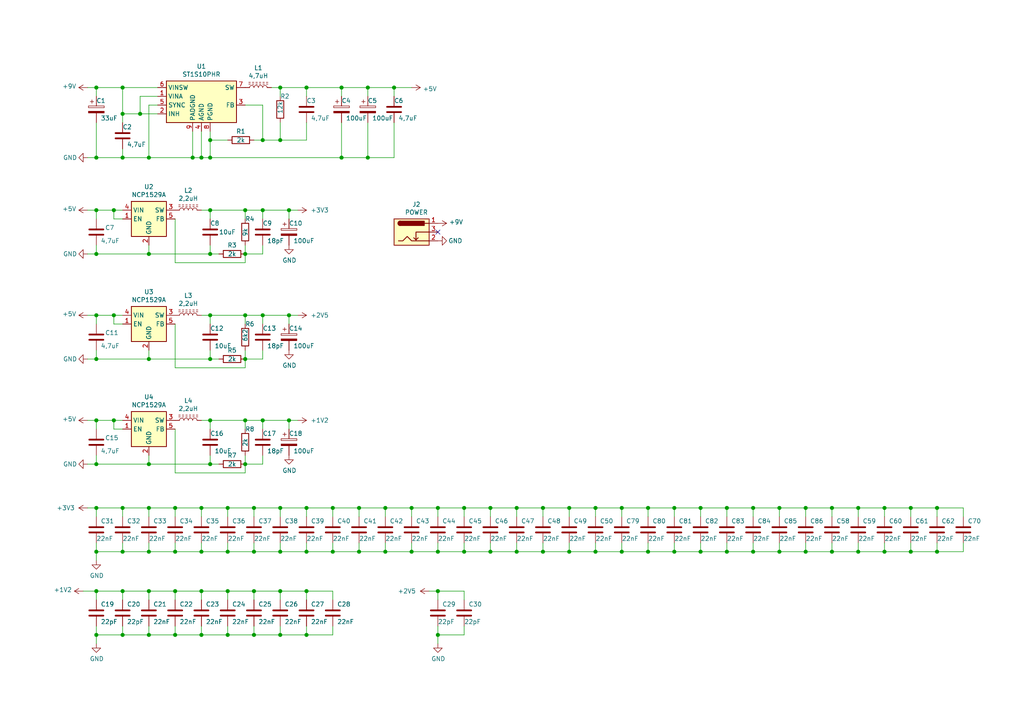
<source format=kicad_sch>
(kicad_sch (version 20200828) (generator eeschema)
  (page 3 6)
  (paper "A4")
  (lib_symbols
    (symbol "Connector:Barrel_Jack_Switch" (pin_names hide)
      (property "Reference" "J" (at 0 5.334 0))
      (property "Value" "Barrel_Jack_Switch" (at 0 -5.08 0))
      (symbol "Barrel_Jack_Switch_1_1"
        (pin passive line (at 7.62 2.54 180) (length 2.54) (name "~") (number "1"))
        (pin passive line (at 7.62 -2.54 180) (length 2.54) (name "~") (number "2"))
        (pin passive line (at 7.62 0 180) (length 2.54) (name "~") (number "3"))
      )
    )
    (symbol "Device:C" (pin_numbers hide) (pin_names (offset 0.254))
      (property "Reference" "C" (at 0.635 2.54 0))
      (property "Value" "C" (at 0.635 -2.54 0))
      (symbol "C_1_1"
        (pin passive line (at 0 3.81 270) (length 2.794) (name "~") (number "1"))
        (pin passive line (at 0 -3.81 90) (length 2.794) (name "~") (number "2"))
      )
    )
    (symbol "Device:CP" (pin_numbers hide) (pin_names (offset 0.254))
      (property "Reference" "C" (at 0.635 2.54 0))
      (property "Value" "CP" (at 0.635 -2.54 0))
      (symbol "CP_1_1"
        (pin passive line (at 0 3.81 270) (length 2.794) (name "~") (number "1"))
        (pin passive line (at 0 -3.81 90) (length 2.794) (name "~") (number "2"))
      )
    )
    (symbol "Device:L_Core_Ferrite" (pin_numbers hide) (pin_names hide)
      (property "Reference" "L" (at -1.27 0 90))
      (property "Value" "L_Core_Ferrite" (at 2.794 0 90))
      (symbol "L_Core_Ferrite_1_1"
        (pin passive line (at 0 3.81 270) (length 1.27) (name "1") (number "1"))
        (pin passive line (at 0 -3.81 90) (length 1.27) (name "2") (number "2"))
      )
    )
    (symbol "Device:R" (pin_numbers hide) (pin_names (offset 0))
      (property "Reference" "R" (at 2.032 0 90))
      (property "Value" "R" (at 0 0 90))
      (symbol "R_1_1"
        (pin passive line (at 0 3.81 270) (length 1.27) (name "~") (number "1"))
        (pin passive line (at 0 -3.81 90) (length 1.27) (name "~") (number "2"))
      )
    )
    (symbol "Regulator_Switching:ST1S10PHR"
      (property "Reference" "U" (at -10.16 5.715 0))
      (property "Value" "ST1S10PHR" (at -0.635 5.715 0))
      (symbol "ST1S10PHR_1_1"
        (pin power_in line (at -12.7 0 0) (length 2.54) (name "VINA") (number "1"))
        (pin input line (at -12.7 -5.08 0) (length 2.54) (name "INH") (number "2"))
        (pin input line (at 12.7 -2.54 180) (length 2.54) (name "FB") (number "3"))
        (pin power_in line (at 0 -10.16 90) (length 2.54) (name "AGND") (number "4"))
        (pin input line (at -12.7 -2.54 0) (length 2.54) (name "SYNC") (number "5"))
        (pin input line (at -12.7 2.54 0) (length 2.54) (name "VINSW") (number "6"))
        (pin output line (at 12.7 2.54 180) (length 2.54) (name "SW") (number "7"))
        (pin power_in line (at 2.54 -10.16 90) (length 2.54) (name "PGND") (number "8"))
        (pin power_in line (at -2.54 -10.16 90) (length 2.54) (name "PADGND") (number "9"))
      )
    )
    (symbol "UniEmu-rescue:NCP1529A-Regulator_Switching"
      (property "Reference" "U" (at -5.08 6.35 0))
      (property "Value" "NCP1529A-Regulator_Switching" (at 0 6.35 0))
      (symbol "NCP1529A-Regulator_Switching_1_1"
        (pin input line (at -7.62 0 0) (length 2.54) (name "EN") (number "1"))
        (pin power_in line (at 0 -7.62 90) (length 2.54) (name "GND") (number "2"))
        (pin power_out line (at 7.62 2.54 180) (length 2.54) (name "SW") (number "3"))
        (pin power_in line (at -7.62 2.54 0) (length 2.54) (name "VIN") (number "4"))
        (pin input line (at 7.62 0 180) (length 2.54) (name "FB") (number "5"))
      )
    )
    (symbol "power:+1V2" (power) (pin_names (offset 0))
      (property "Value" "+1V2" (at 0 3.556 0))
      (symbol "+1V2_1_1"
        (pin power_in line (at 0 0 90) (length 0) hide (name "+1V2") (number "1"))
      )
    )
    (symbol "power:+2V5" (power) (pin_names (offset 0))
      (property "Value" "+2V5" (at 0 3.556 0))
      (symbol "+2V5_1_1"
        (pin power_in line (at 0 0 90) (length 0) hide (name "+2V5") (number "1"))
      )
    )
    (symbol "power:+3V3" (power) (pin_names (offset 0))
      (property "Value" "+3V3" (at 0 3.556 0))
      (symbol "+3V3_1_1"
        (pin power_in line (at 0 0 90) (length 0) hide (name "+3V3") (number "1"))
      )
    )
    (symbol "power:+5V" (power) (pin_names (offset 0))
      (property "Value" "+5V" (at 0 3.556 0))
      (symbol "+5V_1_1"
        (pin power_in line (at 0 0 90) (length 0) hide (name "+5V") (number "1"))
      )
    )
    (symbol "power:+9V" (power) (pin_names (offset 0))
      (property "Value" "+9V" (at 0 3.556 0))
      (symbol "+9V_1_1"
        (pin power_in line (at 0 0 90) (length 0) hide (name "+9V") (number "1"))
      )
    )
    (symbol "power:GND" (power) (pin_names (offset 0))
      (property "Value" "GND" (at 0 -3.81 0))
      (symbol "GND_1_1"
        (pin power_in line (at 0 0 270) (length 0) hide (name "GND") (number "1"))
      )
    )
  )
  (junction (at 27.94 25.4) (diameter 1.016))
  (junction (at 27.94 45.72) (diameter 1.016))
  (junction (at 27.94 60.96) (diameter 1.016))
  (junction (at 27.94 73.66) (diameter 1.016))
  (junction (at 27.94 91.44) (diameter 1.016))
  (junction (at 27.94 104.14) (diameter 1.016))
  (junction (at 27.94 121.92) (diameter 1.016))
  (junction (at 27.94 134.62) (diameter 1.016))
  (junction (at 27.94 147.32) (diameter 1.016))
  (junction (at 27.94 160.02) (diameter 1.016))
  (junction (at 27.94 171.45) (diameter 1.016))
  (junction (at 27.94 184.15) (diameter 1.016))
  (junction (at 33.02 60.96) (diameter 1.016))
  (junction (at 33.02 91.44) (diameter 1.016))
  (junction (at 33.02 121.92) (diameter 1.016))
  (junction (at 35.56 25.4) (diameter 1.016))
  (junction (at 35.56 33.02) (diameter 1.016))
  (junction (at 35.56 45.72) (diameter 1.016))
  (junction (at 35.56 147.32) (diameter 1.016))
  (junction (at 35.56 160.02) (diameter 1.016))
  (junction (at 35.56 171.45) (diameter 1.016))
  (junction (at 35.56 184.15) (diameter 1.016))
  (junction (at 40.64 33.02) (diameter 1.016))
  (junction (at 43.18 45.72) (diameter 1.016))
  (junction (at 43.18 73.66) (diameter 1.016))
  (junction (at 43.18 104.14) (diameter 1.016))
  (junction (at 43.18 134.62) (diameter 1.016))
  (junction (at 43.18 147.32) (diameter 1.016))
  (junction (at 43.18 160.02) (diameter 1.016))
  (junction (at 43.18 171.45) (diameter 1.016))
  (junction (at 43.18 184.15) (diameter 1.016))
  (junction (at 50.8 147.32) (diameter 1.016))
  (junction (at 50.8 160.02) (diameter 1.016))
  (junction (at 50.8 171.45) (diameter 1.016))
  (junction (at 50.8 184.15) (diameter 1.016))
  (junction (at 55.88 45.72) (diameter 1.016))
  (junction (at 58.42 45.72) (diameter 1.016))
  (junction (at 58.42 147.32) (diameter 1.016))
  (junction (at 58.42 160.02) (diameter 1.016))
  (junction (at 58.42 171.45) (diameter 1.016))
  (junction (at 58.42 184.15) (diameter 1.016))
  (junction (at 60.96 40.64) (diameter 1.016))
  (junction (at 60.96 45.72) (diameter 1.016))
  (junction (at 60.96 60.96) (diameter 1.016))
  (junction (at 60.96 73.66) (diameter 1.016))
  (junction (at 60.96 91.44) (diameter 1.016))
  (junction (at 60.96 104.14) (diameter 1.016))
  (junction (at 60.96 121.92) (diameter 1.016))
  (junction (at 60.96 134.62) (diameter 1.016))
  (junction (at 66.04 147.32) (diameter 1.016))
  (junction (at 66.04 160.02) (diameter 1.016))
  (junction (at 66.04 171.45) (diameter 1.016))
  (junction (at 66.04 184.15) (diameter 1.016))
  (junction (at 71.12 60.96) (diameter 1.016))
  (junction (at 71.12 73.66) (diameter 1.016))
  (junction (at 71.12 91.44) (diameter 1.016))
  (junction (at 71.12 104.14) (diameter 1.016))
  (junction (at 71.12 121.92) (diameter 1.016))
  (junction (at 71.12 134.62) (diameter 1.016))
  (junction (at 73.66 147.32) (diameter 1.016))
  (junction (at 73.66 160.02) (diameter 1.016))
  (junction (at 73.66 171.45) (diameter 1.016))
  (junction (at 73.66 184.15) (diameter 1.016))
  (junction (at 76.2 40.64) (diameter 1.016))
  (junction (at 76.2 60.96) (diameter 1.016))
  (junction (at 76.2 91.44) (diameter 1.016))
  (junction (at 76.2 121.92) (diameter 1.016))
  (junction (at 81.28 25.4) (diameter 1.016))
  (junction (at 81.28 40.64) (diameter 1.016))
  (junction (at 81.28 147.32) (diameter 1.016))
  (junction (at 81.28 160.02) (diameter 1.016))
  (junction (at 81.28 171.45) (diameter 1.016))
  (junction (at 81.28 184.15) (diameter 1.016))
  (junction (at 83.82 60.96) (diameter 1.016))
  (junction (at 83.82 91.44) (diameter 1.016))
  (junction (at 83.82 121.92) (diameter 1.016))
  (junction (at 88.9 25.4) (diameter 1.016))
  (junction (at 88.9 147.32) (diameter 1.016))
  (junction (at 88.9 160.02) (diameter 1.016))
  (junction (at 88.9 171.45) (diameter 1.016))
  (junction (at 88.9 184.15) (diameter 1.016))
  (junction (at 96.52 147.32) (diameter 1.016))
  (junction (at 96.52 160.02) (diameter 1.016))
  (junction (at 99.06 25.4) (diameter 1.016))
  (junction (at 99.06 45.72) (diameter 1.016))
  (junction (at 104.14 147.32) (diameter 1.016))
  (junction (at 104.14 160.02) (diameter 1.016))
  (junction (at 106.68 25.4) (diameter 1.016))
  (junction (at 106.68 45.72) (diameter 1.016))
  (junction (at 111.76 147.32) (diameter 1.016))
  (junction (at 111.76 160.02) (diameter 1.016))
  (junction (at 114.3 25.4) (diameter 1.016))
  (junction (at 119.38 147.32) (diameter 1.016))
  (junction (at 119.38 160.02) (diameter 1.016))
  (junction (at 127 147.32) (diameter 1.016))
  (junction (at 127 160.02) (diameter 1.016))
  (junction (at 127 171.45) (diameter 1.016))
  (junction (at 127 184.15) (diameter 1.016))
  (junction (at 134.62 147.32) (diameter 1.016))
  (junction (at 134.62 160.02) (diameter 1.016))
  (junction (at 142.24 147.32) (diameter 1.016))
  (junction (at 142.24 160.02) (diameter 1.016))
  (junction (at 149.86 147.32) (diameter 1.016))
  (junction (at 149.86 160.02) (diameter 1.016))
  (junction (at 157.48 147.32) (diameter 1.016))
  (junction (at 157.48 160.02) (diameter 1.016))
  (junction (at 165.1 147.32) (diameter 1.016))
  (junction (at 165.1 160.02) (diameter 1.016))
  (junction (at 172.72 147.32) (diameter 1.016))
  (junction (at 172.72 160.02) (diameter 1.016))
  (junction (at 180.34 147.32) (diameter 1.016))
  (junction (at 180.34 160.02) (diameter 1.016))
  (junction (at 187.96 147.32) (diameter 1.016))
  (junction (at 187.96 160.02) (diameter 1.016))
  (junction (at 195.58 147.32) (diameter 1.016))
  (junction (at 195.58 160.02) (diameter 1.016))
  (junction (at 203.2 147.32) (diameter 1.016))
  (junction (at 203.2 160.02) (diameter 1.016))
  (junction (at 210.82 147.32) (diameter 1.016))
  (junction (at 210.82 160.02) (diameter 1.016))
  (junction (at 218.44 147.32) (diameter 1.016))
  (junction (at 218.44 160.02) (diameter 1.016))
  (junction (at 226.06 147.32) (diameter 1.016))
  (junction (at 226.06 160.02) (diameter 1.016))
  (junction (at 233.68 147.32) (diameter 1.016))
  (junction (at 233.68 160.02) (diameter 1.016))
  (junction (at 241.3 147.32) (diameter 1.016))
  (junction (at 241.3 160.02) (diameter 1.016))
  (junction (at 248.92 147.32) (diameter 1.016))
  (junction (at 248.92 160.02) (diameter 1.016))
  (junction (at 256.54 147.32) (diameter 1.016))
  (junction (at 256.54 160.02) (diameter 1.016))
  (junction (at 264.16 147.32) (diameter 1.016))
  (junction (at 264.16 160.02) (diameter 1.016))
  (junction (at 271.78 147.32) (diameter 1.016))
  (junction (at 271.78 160.02) (diameter 1.016))
  (no_connect (at 127 67.31))
  (wire (pts (xy 24.13 171.45) (xy 27.94 171.45)))
  (wire (pts (xy 25.4 45.72) (xy 27.94 45.72)))
  (wire (pts (xy 25.4 60.96) (xy 27.94 60.96)))
  (wire (pts (xy 25.4 73.66) (xy 27.94 73.66)))
  (wire (pts (xy 25.4 91.44) (xy 27.94 91.44)))
  (wire (pts (xy 25.4 104.14) (xy 27.94 104.14)))
  (wire (pts (xy 25.4 121.92) (xy 27.94 121.92)))
  (wire (pts (xy 25.4 134.62) (xy 27.94 134.62)))
  (wire (pts (xy 25.4 147.32) (xy 27.94 147.32)))
  (wire (pts (xy 27.94 25.4) (xy 25.4 25.4)))
  (wire (pts (xy 27.94 25.4) (xy 35.56 25.4)))
  (wire (pts (xy 27.94 27.94) (xy 27.94 25.4)))
  (wire (pts (xy 27.94 35.56) (xy 27.94 45.72)))
  (wire (pts (xy 27.94 45.72) (xy 35.56 45.72)))
  (wire (pts (xy 27.94 60.96) (xy 33.02 60.96)))
  (wire (pts (xy 27.94 63.5) (xy 27.94 60.96)))
  (wire (pts (xy 27.94 73.66) (xy 27.94 71.12)))
  (wire (pts (xy 27.94 73.66) (xy 43.18 73.66)))
  (wire (pts (xy 27.94 91.44) (xy 33.02 91.44)))
  (wire (pts (xy 27.94 93.98) (xy 27.94 91.44)))
  (wire (pts (xy 27.94 104.14) (xy 27.94 101.6)))
  (wire (pts (xy 27.94 104.14) (xy 43.18 104.14)))
  (wire (pts (xy 27.94 121.92) (xy 33.02 121.92)))
  (wire (pts (xy 27.94 124.46) (xy 27.94 121.92)))
  (wire (pts (xy 27.94 132.08) (xy 27.94 134.62)))
  (wire (pts (xy 27.94 134.62) (xy 43.18 134.62)))
  (wire (pts (xy 27.94 147.32) (xy 27.94 149.86)))
  (wire (pts (xy 27.94 147.32) (xy 35.56 147.32)))
  (wire (pts (xy 27.94 157.48) (xy 27.94 160.02)))
  (wire (pts (xy 27.94 160.02) (xy 35.56 160.02)))
  (wire (pts (xy 27.94 162.56) (xy 27.94 160.02)))
  (wire (pts (xy 27.94 171.45) (xy 35.56 171.45)))
  (wire (pts (xy 27.94 173.99) (xy 27.94 171.45)))
  (wire (pts (xy 27.94 184.15) (xy 27.94 181.61)))
  (wire (pts (xy 27.94 184.15) (xy 35.56 184.15)))
  (wire (pts (xy 27.94 186.69) (xy 27.94 184.15)))
  (wire (pts (xy 33.02 60.96) (xy 35.56 60.96)))
  (wire (pts (xy 33.02 63.5) (xy 33.02 60.96)))
  (wire (pts (xy 33.02 91.44) (xy 35.56 91.44)))
  (wire (pts (xy 33.02 93.98) (xy 33.02 91.44)))
  (wire (pts (xy 33.02 121.92) (xy 35.56 121.92)))
  (wire (pts (xy 33.02 124.46) (xy 33.02 121.92)))
  (wire (pts (xy 35.56 25.4) (xy 45.72 25.4)))
  (wire (pts (xy 35.56 33.02) (xy 35.56 25.4)))
  (wire (pts (xy 35.56 33.02) (xy 35.56 35.56)))
  (wire (pts (xy 35.56 45.72) (xy 35.56 43.18)))
  (wire (pts (xy 35.56 63.5) (xy 33.02 63.5)))
  (wire (pts (xy 35.56 93.98) (xy 33.02 93.98)))
  (wire (pts (xy 35.56 124.46) (xy 33.02 124.46)))
  (wire (pts (xy 35.56 147.32) (xy 35.56 149.86)))
  (wire (pts (xy 35.56 147.32) (xy 43.18 147.32)))
  (wire (pts (xy 35.56 157.48) (xy 35.56 160.02)))
  (wire (pts (xy 35.56 160.02) (xy 43.18 160.02)))
  (wire (pts (xy 35.56 171.45) (xy 35.56 173.99)))
  (wire (pts (xy 35.56 171.45) (xy 43.18 171.45)))
  (wire (pts (xy 35.56 184.15) (xy 35.56 181.61)))
  (wire (pts (xy 35.56 184.15) (xy 43.18 184.15)))
  (wire (pts (xy 40.64 27.94) (xy 40.64 33.02)))
  (wire (pts (xy 40.64 33.02) (xy 35.56 33.02)))
  (wire (pts (xy 43.18 30.48) (xy 43.18 45.72)))
  (wire (pts (xy 43.18 45.72) (xy 35.56 45.72)))
  (wire (pts (xy 43.18 73.66) (xy 43.18 71.12)))
  (wire (pts (xy 43.18 104.14) (xy 43.18 101.6)))
  (wire (pts (xy 43.18 132.08) (xy 43.18 134.62)))
  (wire (pts (xy 43.18 134.62) (xy 60.96 134.62)))
  (wire (pts (xy 43.18 147.32) (xy 43.18 149.86)))
  (wire (pts (xy 43.18 147.32) (xy 50.8 147.32)))
  (wire (pts (xy 43.18 157.48) (xy 43.18 160.02)))
  (wire (pts (xy 43.18 160.02) (xy 50.8 160.02)))
  (wire (pts (xy 43.18 171.45) (xy 50.8 171.45)))
  (wire (pts (xy 43.18 173.99) (xy 43.18 171.45)))
  (wire (pts (xy 43.18 181.61) (xy 43.18 184.15)))
  (wire (pts (xy 43.18 184.15) (xy 50.8 184.15)))
  (wire (pts (xy 45.72 27.94) (xy 40.64 27.94)))
  (wire (pts (xy 45.72 30.48) (xy 43.18 30.48)))
  (wire (pts (xy 45.72 33.02) (xy 40.64 33.02)))
  (wire (pts (xy 50.8 76.2) (xy 50.8 63.5)))
  (wire (pts (xy 50.8 76.2) (xy 71.12 76.2)))
  (wire (pts (xy 50.8 106.68) (xy 50.8 93.98)))
  (wire (pts (xy 50.8 106.68) (xy 71.12 106.68)))
  (wire (pts (xy 50.8 137.16) (xy 50.8 124.46)))
  (wire (pts (xy 50.8 137.16) (xy 71.12 137.16)))
  (wire (pts (xy 50.8 147.32) (xy 50.8 149.86)))
  (wire (pts (xy 50.8 147.32) (xy 58.42 147.32)))
  (wire (pts (xy 50.8 157.48) (xy 50.8 160.02)))
  (wire (pts (xy 50.8 160.02) (xy 58.42 160.02)))
  (wire (pts (xy 50.8 171.45) (xy 58.42 171.45)))
  (wire (pts (xy 50.8 173.99) (xy 50.8 171.45)))
  (wire (pts (xy 50.8 181.61) (xy 50.8 184.15)))
  (wire (pts (xy 50.8 184.15) (xy 58.42 184.15)))
  (wire (pts (xy 55.88 38.1) (xy 55.88 45.72)))
  (wire (pts (xy 55.88 45.72) (xy 43.18 45.72)))
  (wire (pts (xy 58.42 38.1) (xy 58.42 45.72)))
  (wire (pts (xy 58.42 45.72) (xy 55.88 45.72)))
  (wire (pts (xy 58.42 45.72) (xy 60.96 45.72)))
  (wire (pts (xy 58.42 60.96) (xy 60.96 60.96)))
  (wire (pts (xy 58.42 91.44) (xy 60.96 91.44)))
  (wire (pts (xy 58.42 121.92) (xy 60.96 121.92)))
  (wire (pts (xy 58.42 147.32) (xy 58.42 149.86)))
  (wire (pts (xy 58.42 147.32) (xy 66.04 147.32)))
  (wire (pts (xy 58.42 157.48) (xy 58.42 160.02)))
  (wire (pts (xy 58.42 160.02) (xy 66.04 160.02)))
  (wire (pts (xy 58.42 171.45) (xy 66.04 171.45)))
  (wire (pts (xy 58.42 173.99) (xy 58.42 171.45)))
  (wire (pts (xy 58.42 181.61) (xy 58.42 184.15)))
  (wire (pts (xy 58.42 184.15) (xy 66.04 184.15)))
  (wire (pts (xy 60.96 38.1) (xy 60.96 40.64)))
  (wire (pts (xy 60.96 40.64) (xy 60.96 45.72)))
  (wire (pts (xy 60.96 40.64) (xy 66.04 40.64)))
  (wire (pts (xy 60.96 45.72) (xy 99.06 45.72)))
  (wire (pts (xy 60.96 60.96) (xy 71.12 60.96)))
  (wire (pts (xy 60.96 63.5) (xy 60.96 60.96)))
  (wire (pts (xy 60.96 73.66) (xy 43.18 73.66)))
  (wire (pts (xy 60.96 73.66) (xy 60.96 71.12)))
  (wire (pts (xy 60.96 91.44) (xy 71.12 91.44)))
  (wire (pts (xy 60.96 93.98) (xy 60.96 91.44)))
  (wire (pts (xy 60.96 104.14) (xy 43.18 104.14)))
  (wire (pts (xy 60.96 104.14) (xy 60.96 101.6)))
  (wire (pts (xy 60.96 121.92) (xy 71.12 121.92)))
  (wire (pts (xy 60.96 124.46) (xy 60.96 121.92)))
  (wire (pts (xy 60.96 132.08) (xy 60.96 134.62)))
  (wire (pts (xy 60.96 134.62) (xy 63.5 134.62)))
  (wire (pts (xy 63.5 73.66) (xy 60.96 73.66)))
  (wire (pts (xy 63.5 104.14) (xy 60.96 104.14)))
  (wire (pts (xy 66.04 147.32) (xy 66.04 149.86)))
  (wire (pts (xy 66.04 147.32) (xy 73.66 147.32)))
  (wire (pts (xy 66.04 157.48) (xy 66.04 160.02)))
  (wire (pts (xy 66.04 160.02) (xy 73.66 160.02)))
  (wire (pts (xy 66.04 171.45) (xy 66.04 173.99)))
  (wire (pts (xy 66.04 171.45) (xy 73.66 171.45)))
  (wire (pts (xy 66.04 181.61) (xy 66.04 184.15)))
  (wire (pts (xy 66.04 184.15) (xy 73.66 184.15)))
  (wire (pts (xy 71.12 30.48) (xy 76.2 30.48)))
  (wire (pts (xy 71.12 60.96) (xy 76.2 60.96)))
  (wire (pts (xy 71.12 63.5) (xy 71.12 60.96)))
  (wire (pts (xy 71.12 71.12) (xy 71.12 73.66)))
  (wire (pts (xy 71.12 73.66) (xy 71.12 76.2)))
  (wire (pts (xy 71.12 91.44) (xy 76.2 91.44)))
  (wire (pts (xy 71.12 93.98) (xy 71.12 91.44)))
  (wire (pts (xy 71.12 101.6) (xy 71.12 104.14)))
  (wire (pts (xy 71.12 104.14) (xy 71.12 106.68)))
  (wire (pts (xy 71.12 121.92) (xy 76.2 121.92)))
  (wire (pts (xy 71.12 124.46) (xy 71.12 121.92)))
  (wire (pts (xy 71.12 132.08) (xy 71.12 134.62)))
  (wire (pts (xy 71.12 134.62) (xy 71.12 137.16)))
  (wire (pts (xy 71.12 134.62) (xy 76.2 134.62)))
  (wire (pts (xy 73.66 40.64) (xy 76.2 40.64)))
  (wire (pts (xy 73.66 147.32) (xy 73.66 149.86)))
  (wire (pts (xy 73.66 147.32) (xy 81.28 147.32)))
  (wire (pts (xy 73.66 157.48) (xy 73.66 160.02)))
  (wire (pts (xy 73.66 160.02) (xy 81.28 160.02)))
  (wire (pts (xy 73.66 171.45) (xy 81.28 171.45)))
  (wire (pts (xy 73.66 173.99) (xy 73.66 171.45)))
  (wire (pts (xy 73.66 181.61) (xy 73.66 184.15)))
  (wire (pts (xy 73.66 184.15) (xy 81.28 184.15)))
  (wire (pts (xy 76.2 30.48) (xy 76.2 40.64)))
  (wire (pts (xy 76.2 40.64) (xy 81.28 40.64)))
  (wire (pts (xy 76.2 60.96) (xy 83.82 60.96)))
  (wire (pts (xy 76.2 63.5) (xy 76.2 60.96)))
  (wire (pts (xy 76.2 71.12) (xy 76.2 73.66)))
  (wire (pts (xy 76.2 73.66) (xy 71.12 73.66)))
  (wire (pts (xy 76.2 91.44) (xy 83.82 91.44)))
  (wire (pts (xy 76.2 93.98) (xy 76.2 91.44)))
  (wire (pts (xy 76.2 101.6) (xy 76.2 104.14)))
  (wire (pts (xy 76.2 104.14) (xy 71.12 104.14)))
  (wire (pts (xy 76.2 121.92) (xy 83.82 121.92)))
  (wire (pts (xy 76.2 124.46) (xy 76.2 121.92)))
  (wire (pts (xy 76.2 134.62) (xy 76.2 132.08)))
  (wire (pts (xy 78.74 25.4) (xy 81.28 25.4)))
  (wire (pts (xy 81.28 25.4) (xy 81.28 27.94)))
  (wire (pts (xy 81.28 25.4) (xy 88.9 25.4)))
  (wire (pts (xy 81.28 40.64) (xy 81.28 35.56)))
  (wire (pts (xy 81.28 40.64) (xy 88.9 40.64)))
  (wire (pts (xy 81.28 147.32) (xy 81.28 149.86)))
  (wire (pts (xy 81.28 147.32) (xy 88.9 147.32)))
  (wire (pts (xy 81.28 157.48) (xy 81.28 160.02)))
  (wire (pts (xy 81.28 160.02) (xy 88.9 160.02)))
  (wire (pts (xy 81.28 171.45) (xy 88.9 171.45)))
  (wire (pts (xy 81.28 173.99) (xy 81.28 171.45)))
  (wire (pts (xy 81.28 181.61) (xy 81.28 184.15)))
  (wire (pts (xy 81.28 184.15) (xy 88.9 184.15)))
  (wire (pts (xy 83.82 60.96) (xy 83.82 63.5)))
  (wire (pts (xy 83.82 60.96) (xy 86.36 60.96)))
  (wire (pts (xy 83.82 91.44) (xy 86.36 91.44)))
  (wire (pts (xy 83.82 93.98) (xy 83.82 91.44)))
  (wire (pts (xy 83.82 121.92) (xy 86.36 121.92)))
  (wire (pts (xy 83.82 124.46) (xy 83.82 121.92)))
  (wire (pts (xy 88.9 25.4) (xy 88.9 27.94)))
  (wire (pts (xy 88.9 25.4) (xy 99.06 25.4)))
  (wire (pts (xy 88.9 40.64) (xy 88.9 35.56)))
  (wire (pts (xy 88.9 147.32) (xy 88.9 149.86)))
  (wire (pts (xy 88.9 147.32) (xy 96.52 147.32)))
  (wire (pts (xy 88.9 157.48) (xy 88.9 160.02)))
  (wire (pts (xy 88.9 160.02) (xy 96.52 160.02)))
  (wire (pts (xy 88.9 171.45) (xy 96.52 171.45)))
  (wire (pts (xy 88.9 173.99) (xy 88.9 171.45)))
  (wire (pts (xy 88.9 181.61) (xy 88.9 184.15)))
  (wire (pts (xy 88.9 184.15) (xy 96.52 184.15)))
  (wire (pts (xy 96.52 147.32) (xy 96.52 149.86)))
  (wire (pts (xy 96.52 147.32) (xy 104.14 147.32)))
  (wire (pts (xy 96.52 157.48) (xy 96.52 160.02)))
  (wire (pts (xy 96.52 160.02) (xy 104.14 160.02)))
  (wire (pts (xy 96.52 171.45) (xy 96.52 173.99)))
  (wire (pts (xy 96.52 184.15) (xy 96.52 181.61)))
  (wire (pts (xy 99.06 25.4) (xy 99.06 27.94)))
  (wire (pts (xy 99.06 25.4) (xy 106.68 25.4)))
  (wire (pts (xy 99.06 45.72) (xy 99.06 35.56)))
  (wire (pts (xy 99.06 45.72) (xy 106.68 45.72)))
  (wire (pts (xy 104.14 147.32) (xy 104.14 149.86)))
  (wire (pts (xy 104.14 147.32) (xy 111.76 147.32)))
  (wire (pts (xy 104.14 157.48) (xy 104.14 160.02)))
  (wire (pts (xy 104.14 160.02) (xy 111.76 160.02)))
  (wire (pts (xy 106.68 25.4) (xy 106.68 27.94)))
  (wire (pts (xy 106.68 25.4) (xy 114.3 25.4)))
  (wire (pts (xy 106.68 35.56) (xy 106.68 45.72)))
  (wire (pts (xy 106.68 45.72) (xy 114.3 45.72)))
  (wire (pts (xy 111.76 147.32) (xy 111.76 149.86)))
  (wire (pts (xy 111.76 147.32) (xy 119.38 147.32)))
  (wire (pts (xy 111.76 157.48) (xy 111.76 160.02)))
  (wire (pts (xy 111.76 160.02) (xy 119.38 160.02)))
  (wire (pts (xy 114.3 25.4) (xy 119.38 25.4)))
  (wire (pts (xy 114.3 27.94) (xy 114.3 25.4)))
  (wire (pts (xy 114.3 45.72) (xy 114.3 35.56)))
  (wire (pts (xy 119.38 147.32) (xy 119.38 149.86)))
  (wire (pts (xy 119.38 147.32) (xy 127 147.32)))
  (wire (pts (xy 119.38 157.48) (xy 119.38 160.02)))
  (wire (pts (xy 119.38 160.02) (xy 127 160.02)))
  (wire (pts (xy 124.46 171.45) (xy 127 171.45)))
  (wire (pts (xy 127 147.32) (xy 127 149.86)))
  (wire (pts (xy 127 147.32) (xy 134.62 147.32)))
  (wire (pts (xy 127 157.48) (xy 127 160.02)))
  (wire (pts (xy 127 160.02) (xy 134.62 160.02)))
  (wire (pts (xy 127 171.45) (xy 127 173.99)))
  (wire (pts (xy 127 171.45) (xy 134.62 171.45)))
  (wire (pts (xy 127 181.61) (xy 127 184.15)))
  (wire (pts (xy 127 184.15) (xy 127 186.69)))
  (wire (pts (xy 127 184.15) (xy 134.62 184.15)))
  (wire (pts (xy 134.62 147.32) (xy 134.62 149.86)))
  (wire (pts (xy 134.62 147.32) (xy 142.24 147.32)))
  (wire (pts (xy 134.62 157.48) (xy 134.62 160.02)))
  (wire (pts (xy 134.62 160.02) (xy 142.24 160.02)))
  (wire (pts (xy 134.62 171.45) (xy 134.62 173.99)))
  (wire (pts (xy 134.62 184.15) (xy 134.62 181.61)))
  (wire (pts (xy 142.24 147.32) (xy 142.24 149.86)))
  (wire (pts (xy 142.24 147.32) (xy 149.86 147.32)))
  (wire (pts (xy 142.24 157.48) (xy 142.24 160.02)))
  (wire (pts (xy 142.24 160.02) (xy 149.86 160.02)))
  (wire (pts (xy 149.86 147.32) (xy 149.86 149.86)))
  (wire (pts (xy 149.86 147.32) (xy 157.48 147.32)))
  (wire (pts (xy 149.86 157.48) (xy 149.86 160.02)))
  (wire (pts (xy 149.86 160.02) (xy 157.48 160.02)))
  (wire (pts (xy 157.48 147.32) (xy 157.48 149.86)))
  (wire (pts (xy 157.48 147.32) (xy 165.1 147.32)))
  (wire (pts (xy 157.48 160.02) (xy 157.48 157.48)))
  (wire (pts (xy 157.48 160.02) (xy 165.1 160.02)))
  (wire (pts (xy 165.1 147.32) (xy 172.72 147.32)))
  (wire (pts (xy 165.1 149.86) (xy 165.1 147.32)))
  (wire (pts (xy 165.1 157.48) (xy 165.1 160.02)))
  (wire (pts (xy 165.1 160.02) (xy 172.72 160.02)))
  (wire (pts (xy 172.72 147.32) (xy 172.72 149.86)))
  (wire (pts (xy 172.72 147.32) (xy 180.34 147.32)))
  (wire (pts (xy 172.72 160.02) (xy 172.72 157.48)))
  (wire (pts (xy 172.72 160.02) (xy 180.34 160.02)))
  (wire (pts (xy 180.34 147.32) (xy 180.34 149.86)))
  (wire (pts (xy 180.34 147.32) (xy 187.96 147.32)))
  (wire (pts (xy 180.34 157.48) (xy 180.34 160.02)))
  (wire (pts (xy 180.34 160.02) (xy 187.96 160.02)))
  (wire (pts (xy 187.96 147.32) (xy 187.96 149.86)))
  (wire (pts (xy 187.96 147.32) (xy 195.58 147.32)))
  (wire (pts (xy 187.96 157.48) (xy 187.96 160.02)))
  (wire (pts (xy 187.96 160.02) (xy 195.58 160.02)))
  (wire (pts (xy 195.58 147.32) (xy 195.58 149.86)))
  (wire (pts (xy 195.58 147.32) (xy 203.2 147.32)))
  (wire (pts (xy 195.58 157.48) (xy 195.58 160.02)))
  (wire (pts (xy 195.58 160.02) (xy 203.2 160.02)))
  (wire (pts (xy 203.2 147.32) (xy 203.2 149.86)))
  (wire (pts (xy 203.2 147.32) (xy 210.82 147.32)))
  (wire (pts (xy 203.2 160.02) (xy 203.2 157.48)))
  (wire (pts (xy 203.2 160.02) (xy 210.82 160.02)))
  (wire (pts (xy 210.82 147.32) (xy 218.44 147.32)))
  (wire (pts (xy 210.82 149.86) (xy 210.82 147.32)))
  (wire (pts (xy 210.82 157.48) (xy 210.82 160.02)))
  (wire (pts (xy 210.82 160.02) (xy 218.44 160.02)))
  (wire (pts (xy 218.44 147.32) (xy 218.44 149.86)))
  (wire (pts (xy 218.44 147.32) (xy 226.06 147.32)))
  (wire (pts (xy 218.44 160.02) (xy 218.44 157.48)))
  (wire (pts (xy 218.44 160.02) (xy 226.06 160.02)))
  (wire (pts (xy 226.06 147.32) (xy 233.68 147.32)))
  (wire (pts (xy 226.06 149.86) (xy 226.06 147.32)))
  (wire (pts (xy 226.06 157.48) (xy 226.06 160.02)))
  (wire (pts (xy 226.06 160.02) (xy 233.68 160.02)))
  (wire (pts (xy 233.68 147.32) (xy 233.68 149.86)))
  (wire (pts (xy 233.68 147.32) (xy 241.3 147.32)))
  (wire (pts (xy 233.68 160.02) (xy 233.68 157.48)))
  (wire (pts (xy 233.68 160.02) (xy 241.3 160.02)))
  (wire (pts (xy 241.3 147.32) (xy 241.3 149.86)))
  (wire (pts (xy 241.3 147.32) (xy 248.92 147.32)))
  (wire (pts (xy 241.3 160.02) (xy 241.3 157.48)))
  (wire (pts (xy 241.3 160.02) (xy 248.92 160.02)))
  (wire (pts (xy 248.92 147.32) (xy 256.54 147.32)))
  (wire (pts (xy 248.92 149.86) (xy 248.92 147.32)))
  (wire (pts (xy 248.92 157.48) (xy 248.92 160.02)))
  (wire (pts (xy 248.92 160.02) (xy 256.54 160.02)))
  (wire (pts (xy 256.54 147.32) (xy 256.54 149.86)))
  (wire (pts (xy 256.54 147.32) (xy 264.16 147.32)))
  (wire (pts (xy 256.54 160.02) (xy 256.54 157.48)))
  (wire (pts (xy 256.54 160.02) (xy 264.16 160.02)))
  (wire (pts (xy 264.16 147.32) (xy 271.78 147.32)))
  (wire (pts (xy 264.16 149.86) (xy 264.16 147.32)))
  (wire (pts (xy 264.16 157.48) (xy 264.16 160.02)))
  (wire (pts (xy 264.16 160.02) (xy 271.78 160.02)))
  (wire (pts (xy 271.78 147.32) (xy 271.78 149.86)))
  (wire (pts (xy 271.78 147.32) (xy 279.4 147.32)))
  (wire (pts (xy 271.78 160.02) (xy 271.78 157.48)))
  (wire (pts (xy 271.78 160.02) (xy 279.4 160.02)))
  (wire (pts (xy 279.4 147.32) (xy 279.4 149.86)))
  (wire (pts (xy 279.4 160.02) (xy 279.4 157.48)))
  (symbol (lib_id "power:+1V2") (at 24.13 171.45 90) (unit 1)
    (property "Reference" "#PWR023" (effects hide))
    (property "Value" "+1V2" (at 20.8788 171.069 90) (effects (justify left)))
  )
  (symbol (lib_id "power:+9V") (at 25.4 25.4 90) (unit 1)
    (property "Reference" "#PWR01" (effects hide))
    (property "Value" "+9V" (at 22.1488 25.019 90) (effects (justify left)))
  )
  (symbol (lib_id "power:+5V") (at 25.4 60.96 90) (unit 1)
    (property "Reference" "#PWR05" (effects hide))
    (property "Value" "+5V" (at 22.1488 60.579 90) (effects (justify left)))
  )
  (symbol (lib_id "power:+5V") (at 25.4 91.44 90) (unit 1)
    (property "Reference" "#PWR011" (effects hide))
    (property "Value" "+5V" (at 22.1488 91.059 90) (effects (justify left)))
  )
  (symbol (lib_id "power:+5V") (at 25.4 121.92 90) (unit 1)
    (property "Reference" "#PWR017" (effects hide))
    (property "Value" "+5V" (at 22.1488 121.539 90) (effects (justify left)))
  )
  (symbol (lib_id "power:+3V3") (at 25.4 147.32 90) (unit 1)
    (property "Reference" "#PWR021" (effects hide))
    (property "Value" "+3V3" (at 19.05 147.32 90))
  )
  (symbol (lib_id "power:+3V3") (at 86.36 60.96 270) (unit 1)
    (property "Reference" "#PWR06" (effects hide))
    (property "Value" "+3V3" (at 92.71 60.96 90))
  )
  (symbol (lib_id "power:+2V5") (at 86.36 91.44 270) (unit 1)
    (property "Reference" "#PWR012" (effects hide))
    (property "Value" "+2V5" (at 92.71 91.44 90))
  )
  (symbol (lib_id "power:+1V2") (at 86.36 121.92 270) (unit 1)
    (property "Reference" "#PWR018" (effects hide))
    (property "Value" "+1V2" (at 92.71 121.92 90))
  )
  (symbol (lib_id "power:+5V") (at 119.38 25.4 270) (unit 1)
    (property "Reference" "#PWR02" (effects hide))
    (property "Value" "+5V" (at 122.6312 25.781 90) (effects (justify left)))
  )
  (symbol (lib_id "power:+2V5") (at 124.46 171.45 90) (unit 1)
    (property "Reference" "#PWR024" (effects hide))
    (property "Value" "+2V5" (at 120.65 171.45 90) (effects (justify left)))
  )
  (symbol (lib_id "power:+9V") (at 127 64.77 270) (mirror x) (unit 1)
    (property "Reference" "#PWR0144" (effects hide))
    (property "Value" "+9V" (at 130.2512 64.389 90) (effects (justify left)))
  )
  (symbol (lib_id "power:GND") (at 25.4 45.72 270) (unit 1)
    (property "Reference" "#PWR04" (effects hide))
    (property "Value" "GND" (at 20.32 45.72 90))
  )
  (symbol (lib_id "power:GND") (at 25.4 73.66 270) (unit 1)
    (property "Reference" "#PWR09" (effects hide))
    (property "Value" "GND" (at 20.32 73.66 90))
  )
  (symbol (lib_id "power:GND") (at 25.4 104.14 270) (unit 1)
    (property "Reference" "#PWR016" (effects hide))
    (property "Value" "GND" (at 20.32 104.14 90))
  )
  (symbol (lib_id "power:GND") (at 25.4 134.62 270) (unit 1)
    (property "Reference" "#PWR020" (effects hide))
    (property "Value" "GND" (at 20.32 134.62 90))
  )
  (symbol (lib_id "power:GND") (at 27.94 162.56 0) (unit 1)
    (property "Reference" "#PWR022" (effects hide))
    (property "Value" "GND" (at 28.067 166.9542 0))
  )
  (symbol (lib_id "power:GND") (at 27.94 186.69 0) (unit 1)
    (property "Reference" "#PWR025" (effects hide))
    (property "Value" "GND" (at 28.067 191.0842 0))
  )
  (symbol (lib_id "power:GND") (at 83.82 71.12 0) (unit 1)
    (property "Reference" "#PWR08" (effects hide))
    (property "Value" "GND" (at 83.947 75.5142 0))
  )
  (symbol (lib_id "power:GND") (at 83.82 101.6 0) (unit 1)
    (property "Reference" "#PWR015" (effects hide))
    (property "Value" "GND" (at 83.947 105.9942 0))
  )
  (symbol (lib_id "power:GND") (at 83.82 132.08 0) (unit 1)
    (property "Reference" "#PWR019" (effects hide))
    (property "Value" "GND" (at 83.947 136.4742 0))
  )
  (symbol (lib_id "power:GND") (at 127 69.85 90) (mirror x) (unit 1)
    (property "Reference" "#PWR0145" (effects hide))
    (property "Value" "GND" (at 132.08 69.85 90))
  )
  (symbol (lib_id "power:GND") (at 127 186.69 0) (unit 1)
    (property "Reference" "#PWR026" (effects hide))
    (property "Value" "GND" (at 127.127 191.0842 0))
  )
  (symbol (lib_id "Device:L_Core_Ferrite") (at 54.61 60.96 90) (unit 1)
    (property "Reference" "L2" (at 54.61 55.245 90))
    (property "Value" "2,2uH" (at 54.61 57.5564 90))
    (property "Footprint" "Inductor_SMD:L_Wuerth_MAPI-2506" (effects hide))
  )
  (symbol (lib_id "Device:L_Core_Ferrite") (at 54.61 91.44 90) (unit 1)
    (property "Reference" "L3" (at 54.61 85.725 90))
    (property "Value" "2,2uH" (at 54.61 88.0364 90))
    (property "Footprint" "Inductor_SMD:L_Wuerth_MAPI-2506" (effects hide))
  )
  (symbol (lib_id "Device:L_Core_Ferrite") (at 54.61 121.92 90) (unit 1)
    (property "Reference" "L4" (at 54.61 116.205 90))
    (property "Value" "2,2uH" (at 54.61 118.5164 90))
    (property "Footprint" "Inductor_SMD:L_Wuerth_MAPI-2506" (effects hide))
  )
  (symbol (lib_id "Device:L_Core_Ferrite") (at 74.93 25.4 90) (unit 1)
    (property "Reference" "L1" (at 74.93 19.685 90))
    (property "Value" "4,7uH" (at 74.93 21.9964 90))
    (property "Footprint" "Inductor_SMD:L_Taiyo-Yuden_NR-40xx" (effects hide))
  )
  (symbol (lib_id "Device:R") (at 67.31 73.66 270) (unit 1)
    (property "Reference" "R3" (at 67.31 71.12 90))
    (property "Value" "2k" (at 67.31 73.66 90))
    (property "Footprint" "Resistor_SMD:R_0603_1608Metric" (effects hide))
  )
  (symbol (lib_id "Device:R") (at 67.31 104.14 270) (unit 1)
    (property "Reference" "R5" (at 67.31 101.6 90))
    (property "Value" "2k" (at 67.31 104.14 90))
    (property "Footprint" "Resistor_SMD:R_0603_1608Metric" (effects hide))
  )
  (symbol (lib_id "Device:R") (at 67.31 134.62 270) (unit 1)
    (property "Reference" "R7" (at 67.31 132.08 90))
    (property "Value" "2k" (at 67.31 134.62 90))
    (property "Footprint" "Resistor_SMD:R_0603_1608Metric" (effects hide))
  )
  (symbol (lib_id "Device:R") (at 69.85 40.64 270) (unit 1)
    (property "Reference" "R1" (at 69.85 38.1 90))
    (property "Value" "2k" (at 69.85 40.64 90))
    (property "Footprint" "Resistor_SMD:R_0603_1608Metric" (effects hide))
  )
  (symbol (lib_id "Device:R") (at 71.12 67.31 0) (unit 1)
    (property "Reference" "R4" (at 71.12 63.5 0) (effects (justify left)))
    (property "Value" "9k" (at 71.12 68.58 90) (effects (justify left)))
    (property "Footprint" "Resistor_SMD:R_0603_1608Metric" (effects hide))
  )
  (symbol (lib_id "Device:R") (at 71.12 97.79 0) (unit 1)
    (property "Reference" "R6" (at 71.12 93.98 0) (effects (justify left)))
    (property "Value" "6k2" (at 71.12 99.06 90) (effects (justify left)))
    (property "Footprint" "Resistor_SMD:R_0603_1608Metric" (effects hide))
  )
  (symbol (lib_id "Device:R") (at 71.12 128.27 0) (unit 1)
    (property "Reference" "R8" (at 71.12 124.46 0) (effects (justify left)))
    (property "Value" "2k" (at 71.12 129.54 90) (effects (justify left)))
    (property "Footprint" "Resistor_SMD:R_0603_1608Metric" (effects hide))
  )
  (symbol (lib_id "Device:R") (at 81.28 31.75 0) (unit 1)
    (property "Reference" "R2" (at 81.28 27.94 0) (effects (justify left)))
    (property "Value" "12k" (at 81.28 33.02 90) (effects (justify left)))
    (property "Footprint" "Resistor_SMD:R_0603_1608Metric" (effects hide))
  )
  (symbol (lib_id "Device:CP") (at 27.94 31.75 0) (unit 1)
    (property "Reference" "C1" (at 27.94 29.21 0) (effects (justify left)))
    (property "Value" "33uF" (at 29.21 34.29 0) (effects (justify left)))
    (property "Footprint" "Capacitor_Tantalum_SMD:CP_EIA-3528-21_Kemet-B" (effects hide))
  )
  (symbol (lib_id "Device:C") (at 27.94 67.31 0) (unit 1)
    (property "Reference" "C7" (at 30.48 66.04 0) (effects (justify left)))
    (property "Value" "4,7uF" (at 29.21 69.85 0) (effects (justify left)))
    (property "Footprint" "Capacitor_SMD:C_0805_2012Metric" (effects hide))
  )
  (symbol (lib_id "Device:C") (at 27.94 97.79 0) (unit 1)
    (property "Reference" "C11" (at 30.48 96.52 0) (effects (justify left)))
    (property "Value" "4,7uF" (at 29.21 100.33 0) (effects (justify left)))
    (property "Footprint" "Capacitor_SMD:C_0805_2012Metric" (effects hide))
  )
  (symbol (lib_id "Device:C") (at 27.94 128.27 0) (unit 1)
    (property "Reference" "C15" (at 30.48 127 0) (effects (justify left)))
    (property "Value" "4,7uF" (at 29.21 130.81 0) (effects (justify left)))
    (property "Footprint" "Capacitor_SMD:C_0805_2012Metric" (effects hide))
  )
  (symbol (lib_id "Device:C") (at 27.94 153.67 0) (unit 1)
    (property "Reference" "C31" (at 29.21 151.13 0) (effects (justify left)))
    (property "Value" "22nF" (at 27.94 156.21 0) (effects (justify left)))
    (property "Footprint" "Capacitor_SMD:C_0603_1608Metric" (effects hide))
  )
  (symbol (lib_id "Device:C") (at 27.94 177.8 0) (unit 1)
    (property "Reference" "C19" (at 29.21 175.26 0) (effects (justify left)))
    (property "Value" "22pF" (at 29.21 180.34 0) (effects (justify left)))
    (property "Footprint" "Capacitor_SMD:C_0603_1608Metric" (effects hide))
  )
  (symbol (lib_id "Device:C") (at 35.56 39.37 0) (unit 1)
    (property "Reference" "C2" (at 35.56 36.83 0) (effects (justify left)))
    (property "Value" "4,7uF" (at 36.83 41.91 0) (effects (justify left)))
    (property "Footprint" "Capacitor_SMD:C_0805_2012Metric" (effects hide))
  )
  (symbol (lib_id "Device:C") (at 35.56 153.67 0) (unit 1)
    (property "Reference" "C32" (at 36.83 151.13 0) (effects (justify left)))
    (property "Value" "22nF" (at 35.56 156.21 0) (effects (justify left)))
    (property "Footprint" "Capacitor_SMD:C_0603_1608Metric" (effects hide))
  )
  (symbol (lib_id "Device:C") (at 35.56 177.8 0) (unit 1)
    (property "Reference" "C20" (at 36.83 175.26 0) (effects (justify left)))
    (property "Value" "22pF" (at 36.83 180.34 0) (effects (justify left)))
    (property "Footprint" "Capacitor_SMD:C_0603_1608Metric" (effects hide))
  )
  (symbol (lib_id "Device:C") (at 43.18 153.67 0) (unit 1)
    (property "Reference" "C33" (at 44.45 151.13 0) (effects (justify left)))
    (property "Value" "22nF" (at 43.18 156.21 0) (effects (justify left)))
    (property "Footprint" "Capacitor_SMD:C_0603_1608Metric" (effects hide))
  )
  (symbol (lib_id "Device:C") (at 43.18 177.8 0) (unit 1)
    (property "Reference" "C21" (at 44.45 175.26 0) (effects (justify left)))
    (property "Value" "22nF" (at 44.45 180.34 0) (effects (justify left)))
    (property "Footprint" "Capacitor_SMD:C_0603_1608Metric" (effects hide))
  )
  (symbol (lib_id "Device:C") (at 50.8 153.67 0) (unit 1)
    (property "Reference" "C34" (at 52.07 151.13 0) (effects (justify left)))
    (property "Value" "22nF" (at 50.8 156.21 0) (effects (justify left)))
    (property "Footprint" "Capacitor_SMD:C_0603_1608Metric" (effects hide))
  )
  (symbol (lib_id "Device:C") (at 50.8 177.8 0) (unit 1)
    (property "Reference" "C22" (at 52.07 175.26 0) (effects (justify left)))
    (property "Value" "22nF" (at 52.07 180.34 0) (effects (justify left)))
    (property "Footprint" "Capacitor_SMD:C_0603_1608Metric" (effects hide))
  )
  (symbol (lib_id "Device:C") (at 58.42 153.67 0) (unit 1)
    (property "Reference" "C35" (at 59.69 151.13 0) (effects (justify left)))
    (property "Value" "22nF" (at 58.42 156.21 0) (effects (justify left)))
    (property "Footprint" "Capacitor_SMD:C_0603_1608Metric" (effects hide))
  )
  (symbol (lib_id "Device:C") (at 58.42 177.8 0) (unit 1)
    (property "Reference" "C23" (at 59.69 175.26 0) (effects (justify left)))
    (property "Value" "22nF" (at 59.69 180.34 0) (effects (justify left)))
    (property "Footprint" "Capacitor_SMD:C_0603_1608Metric" (effects hide))
  )
  (symbol (lib_id "Device:C") (at 60.96 67.31 0) (unit 1)
    (property "Reference" "C8" (at 60.96 64.77 0) (effects (justify left)))
    (property "Value" "10uF" (at 63.5 67.31 0) (effects (justify left)))
    (property "Footprint" "Capacitor_SMD:C_0603_1608Metric" (effects hide))
  )
  (symbol (lib_id "Device:C") (at 60.96 97.79 0) (unit 1)
    (property "Reference" "C12" (at 60.96 95.25 0) (effects (justify left)))
    (property "Value" "10uF" (at 62.23 100.33 0) (effects (justify left)))
    (property "Footprint" "Capacitor_SMD:C_0603_1608Metric" (effects hide))
  )
  (symbol (lib_id "Device:C") (at 60.96 128.27 0) (unit 1)
    (property "Reference" "C16" (at 60.96 125.73 0) (effects (justify left)))
    (property "Value" "10uF" (at 62.23 130.81 0) (effects (justify left)))
    (property "Footprint" "Capacitor_SMD:C_0603_1608Metric" (effects hide))
  )
  (symbol (lib_id "Device:C") (at 66.04 153.67 0) (unit 1)
    (property "Reference" "C36" (at 67.31 151.13 0) (effects (justify left)))
    (property "Value" "22nF" (at 66.04 156.21 0) (effects (justify left)))
    (property "Footprint" "Capacitor_SMD:C_0603_1608Metric" (effects hide))
  )
  (symbol (lib_id "Device:C") (at 66.04 177.8 0) (unit 1)
    (property "Reference" "C24" (at 67.31 175.26 0) (effects (justify left)))
    (property "Value" "22nF" (at 67.31 180.34 0) (effects (justify left)))
    (property "Footprint" "Capacitor_SMD:C_0603_1608Metric" (effects hide))
  )
  (symbol (lib_id "Device:C") (at 73.66 153.67 0) (unit 1)
    (property "Reference" "C37" (at 74.93 151.13 0) (effects (justify left)))
    (property "Value" "22nF" (at 73.66 156.21 0) (effects (justify left)))
    (property "Footprint" "Capacitor_SMD:C_0603_1608Metric" (effects hide))
  )
  (symbol (lib_id "Device:C") (at 73.66 177.8 0) (unit 1)
    (property "Reference" "C25" (at 74.93 175.26 0) (effects (justify left)))
    (property "Value" "22nF" (at 74.93 180.34 0) (effects (justify left)))
    (property "Footprint" "Capacitor_SMD:C_0603_1608Metric" (effects hide))
  )
  (symbol (lib_id "Device:C") (at 76.2 67.31 0) (unit 1)
    (property "Reference" "C9" (at 76.2 64.77 0) (effects (justify left)))
    (property "Value" "18pF" (at 77.47 69.85 0) (effects (justify left)))
    (property "Footprint" "Capacitor_SMD:C_0603_1608Metric" (effects hide))
  )
  (symbol (lib_id "Device:C") (at 76.2 97.79 0) (unit 1)
    (property "Reference" "C13" (at 76.2 95.25 0) (effects (justify left)))
    (property "Value" "18pF" (at 77.47 100.33 0) (effects (justify left)))
    (property "Footprint" "Capacitor_SMD:C_0603_1608Metric" (effects hide))
  )
  (symbol (lib_id "Device:C") (at 76.2 128.27 0) (unit 1)
    (property "Reference" "C17" (at 76.2 125.73 0) (effects (justify left)))
    (property "Value" "18pF" (at 77.47 130.81 0) (effects (justify left)))
    (property "Footprint" "Capacitor_SMD:C_0603_1608Metric" (effects hide))
  )
  (symbol (lib_id "Device:C") (at 81.28 153.67 0) (unit 1)
    (property "Reference" "C38" (at 82.55 151.13 0) (effects (justify left)))
    (property "Value" "22nF" (at 81.28 156.21 0) (effects (justify left)))
    (property "Footprint" "Capacitor_SMD:C_0603_1608Metric" (effects hide))
  )
  (symbol (lib_id "Device:C") (at 81.28 177.8 0) (unit 1)
    (property "Reference" "C26" (at 82.55 175.26 0) (effects (justify left)))
    (property "Value" "22nF" (at 82.55 180.34 0) (effects (justify left)))
    (property "Footprint" "Capacitor_SMD:C_0603_1608Metric" (effects hide))
  )
  (symbol (lib_id "Device:CP") (at 83.82 67.31 0) (unit 1)
    (property "Reference" "C10" (at 83.82 64.77 0) (effects (justify left)))
    (property "Value" "100uF" (at 85.09 69.85 0) (effects (justify left)))
    (property "Footprint" "Capacitor_Tantalum_SMD:CP_EIA-3216-18_Kemet-A" (effects hide))
  )
  (symbol (lib_id "Device:CP") (at 83.82 97.79 0) (unit 1)
    (property "Reference" "C14" (at 83.82 95.25 0) (effects (justify left)))
    (property "Value" "100uF" (at 85.09 100.33 0) (effects (justify left)))
    (property "Footprint" "Capacitor_Tantalum_SMD:CP_EIA-3216-18_Kemet-A" (effects hide))
  )
  (symbol (lib_id "Device:CP") (at 83.82 128.27 0) (unit 1)
    (property "Reference" "C18" (at 83.82 125.73 0) (effects (justify left)))
    (property "Value" "100uF" (at 85.09 130.81 0) (effects (justify left)))
    (property "Footprint" "Capacitor_Tantalum_SMD:CP_EIA-3216-18_Kemet-A" (effects hide))
  )
  (symbol (lib_id "Device:C") (at 88.9 31.75 0) (unit 1)
    (property "Reference" "C3" (at 88.9 29.21 0) (effects (justify left)))
    (property "Value" "4,7uF" (at 90.17 34.29 0) (effects (justify left)))
    (property "Footprint" "Capacitor_SMD:C_0603_1608Metric" (effects hide))
  )
  (symbol (lib_id "Device:C") (at 88.9 153.67 0) (unit 1)
    (property "Reference" "C39" (at 90.17 151.13 0) (effects (justify left)))
    (property "Value" "22nF" (at 88.9 156.21 0) (effects (justify left)))
    (property "Footprint" "Capacitor_SMD:C_0603_1608Metric" (effects hide))
  )
  (symbol (lib_id "Device:C") (at 88.9 177.8 0) (unit 1)
    (property "Reference" "C27" (at 90.17 175.26 0) (effects (justify left)))
    (property "Value" "22nF" (at 90.17 180.34 0) (effects (justify left)))
    (property "Footprint" "Capacitor_SMD:C_0603_1608Metric" (effects hide))
  )
  (symbol (lib_id "Device:C") (at 96.52 153.67 0) (unit 1)
    (property "Reference" "C40" (at 97.79 151.13 0) (effects (justify left)))
    (property "Value" "22nF" (at 96.52 156.21 0) (effects (justify left)))
    (property "Footprint" "Capacitor_SMD:C_0603_1608Metric" (effects hide))
  )
  (symbol (lib_id "Device:C") (at 96.52 177.8 0) (unit 1)
    (property "Reference" "C28" (at 97.79 175.26 0) (effects (justify left)))
    (property "Value" "22nF" (at 97.79 180.34 0) (effects (justify left)))
    (property "Footprint" "Capacitor_SMD:C_0603_1608Metric" (effects hide))
  )
  (symbol (lib_id "Device:CP") (at 99.06 31.75 0) (unit 1)
    (property "Reference" "C4" (at 99.06 29.21 0) (effects (justify left)))
    (property "Value" "100uF" (at 100.33 34.29 0) (effects (justify left)))
    (property "Footprint" "Capacitor_Tantalum_SMD:CP_EIA-3528-21_Kemet-B" (effects hide))
  )
  (symbol (lib_id "Device:C") (at 104.14 153.67 0) (unit 1)
    (property "Reference" "C41" (at 105.41 151.13 0) (effects (justify left)))
    (property "Value" "22nF" (at 104.14 156.21 0) (effects (justify left)))
    (property "Footprint" "Capacitor_SMD:C_0603_1608Metric" (effects hide))
  )
  (symbol (lib_id "Device:CP") (at 106.68 31.75 0) (unit 1)
    (property "Reference" "C5" (at 106.68 29.21 0) (effects (justify left)))
    (property "Value" "100uF" (at 107.95 34.29 0) (effects (justify left)))
    (property "Footprint" "Capacitor_Tantalum_SMD:CP_EIA-3528-21_Kemet-B" (effects hide))
  )
  (symbol (lib_id "Device:C") (at 111.76 153.67 0) (unit 1)
    (property "Reference" "C42" (at 113.03 151.13 0) (effects (justify left)))
    (property "Value" "22nF" (at 111.76 156.21 0) (effects (justify left)))
    (property "Footprint" "Capacitor_SMD:C_0603_1608Metric" (effects hide))
  )
  (symbol (lib_id "Device:C") (at 114.3 31.75 0) (unit 1)
    (property "Reference" "C6" (at 114.3 29.21 0) (effects (justify left)))
    (property "Value" "4,7uF" (at 115.57 34.29 0) (effects (justify left)))
    (property "Footprint" "Capacitor_SMD:C_0603_1608Metric" (effects hide))
  )
  (symbol (lib_id "Device:C") (at 119.38 153.67 0) (unit 1)
    (property "Reference" "C43" (at 120.65 151.13 0) (effects (justify left)))
    (property "Value" "22nF" (at 119.38 156.21 0) (effects (justify left)))
    (property "Footprint" "Capacitor_SMD:C_0603_1608Metric" (effects hide))
  )
  (symbol (lib_id "Device:C") (at 127 153.67 0) (unit 1)
    (property "Reference" "C44" (at 128.27 151.13 0) (effects (justify left)))
    (property "Value" "22nF" (at 127 156.21 0) (effects (justify left)))
    (property "Footprint" "Capacitor_SMD:C_0603_1608Metric" (effects hide))
  )
  (symbol (lib_id "Device:C") (at 127 177.8 0) (unit 1)
    (property "Reference" "C29" (at 128.27 175.26 0) (effects (justify left)))
    (property "Value" "22pF" (at 127 180.34 0) (effects (justify left)))
    (property "Footprint" "Capacitor_SMD:C_0603_1608Metric" (effects hide))
  )
  (symbol (lib_id "Device:C") (at 134.62 153.67 0) (unit 1)
    (property "Reference" "C45" (at 135.89 151.13 0) (effects (justify left)))
    (property "Value" "22nF" (at 134.62 156.21 0) (effects (justify left)))
    (property "Footprint" "Capacitor_SMD:C_0603_1608Metric" (effects hide))
  )
  (symbol (lib_id "Device:C") (at 134.62 177.8 0) (unit 1)
    (property "Reference" "C30" (at 135.89 175.26 0) (effects (justify left)))
    (property "Value" "22pF" (at 134.62 180.34 0) (effects (justify left)))
    (property "Footprint" "Capacitor_SMD:C_0603_1608Metric" (effects hide))
  )
  (symbol (lib_id "Device:C") (at 142.24 153.67 0) (unit 1)
    (property "Reference" "C46" (at 143.51 151.13 0) (effects (justify left)))
    (property "Value" "22nF" (at 142.24 156.21 0) (effects (justify left)))
    (property "Footprint" "Capacitor_SMD:C_0603_1608Metric" (effects hide))
  )
  (symbol (lib_id "Device:C") (at 149.86 153.67 0) (unit 1)
    (property "Reference" "C47" (at 151.13 151.13 0) (effects (justify left)))
    (property "Value" "22nF" (at 149.86 156.21 0) (effects (justify left)))
    (property "Footprint" "Capacitor_SMD:C_0603_1608Metric" (effects hide))
  )
  (symbol (lib_id "Device:C") (at 157.48 153.67 0) (unit 1)
    (property "Reference" "C48" (at 158.75 151.13 0) (effects (justify left)))
    (property "Value" "22nF" (at 157.48 156.21 0) (effects (justify left)))
    (property "Footprint" "Capacitor_SMD:C_0603_1608Metric" (effects hide))
  )
  (symbol (lib_id "Device:C") (at 165.1 153.67 0) (unit 1)
    (property "Reference" "C49" (at 166.37 151.13 0) (effects (justify left)))
    (property "Value" "22nF" (at 165.1 156.21 0) (effects (justify left)))
    (property "Footprint" "Capacitor_SMD:C_0603_1608Metric" (effects hide))
  )
  (symbol (lib_id "Device:C") (at 172.72 153.67 0) (unit 1)
    (property "Reference" "C50" (at 173.99 151.13 0) (effects (justify left)))
    (property "Value" "22nF" (at 172.72 156.21 0) (effects (justify left)))
    (property "Footprint" "Capacitor_SMD:C_0603_1608Metric" (effects hide))
  )
  (symbol (lib_id "Device:C") (at 180.34 153.67 0) (unit 1)
    (property "Reference" "C79" (at 181.61 151.13 0) (effects (justify left)))
    (property "Value" "22nF" (at 180.34 156.21 0) (effects (justify left)))
    (property "Footprint" "Capacitor_SMD:C_0603_1608Metric" (effects hide))
  )
  (symbol (lib_id "Device:C") (at 187.96 153.67 0) (unit 1)
    (property "Reference" "C80" (at 189.23 151.13 0) (effects (justify left)))
    (property "Value" "22nF" (at 187.96 156.21 0) (effects (justify left)))
    (property "Footprint" "Capacitor_SMD:C_0603_1608Metric" (effects hide))
  )
  (symbol (lib_id "Device:C") (at 195.58 153.67 0) (unit 1)
    (property "Reference" "C81" (at 196.85 151.13 0) (effects (justify left)))
    (property "Value" "22nF" (at 195.58 156.21 0) (effects (justify left)))
    (property "Footprint" "Capacitor_SMD:C_0603_1608Metric" (effects hide))
  )
  (symbol (lib_id "Device:C") (at 203.2 153.67 0) (unit 1)
    (property "Reference" "C82" (at 204.47 151.13 0) (effects (justify left)))
    (property "Value" "22nF" (at 203.2 156.21 0) (effects (justify left)))
    (property "Footprint" "Capacitor_SMD:C_0603_1608Metric" (effects hide))
  )
  (symbol (lib_id "Device:C") (at 210.82 153.67 0) (unit 1)
    (property "Reference" "C83" (at 212.09 151.13 0) (effects (justify left)))
    (property "Value" "22nF" (at 210.82 156.21 0) (effects (justify left)))
    (property "Footprint" "Capacitor_SMD:C_0603_1608Metric" (effects hide))
  )
  (symbol (lib_id "Device:C") (at 218.44 153.67 0) (unit 1)
    (property "Reference" "C84" (at 219.71 151.13 0) (effects (justify left)))
    (property "Value" "22nF" (at 218.44 156.21 0) (effects (justify left)))
    (property "Footprint" "Capacitor_SMD:C_0603_1608Metric" (effects hide))
  )
  (symbol (lib_id "Device:C") (at 226.06 153.67 0) (unit 1)
    (property "Reference" "C85" (at 227.33 151.13 0) (effects (justify left)))
    (property "Value" "22nF" (at 226.06 156.21 0) (effects (justify left)))
    (property "Footprint" "Capacitor_SMD:C_0603_1608Metric" (effects hide))
  )
  (symbol (lib_id "Device:C") (at 233.68 153.67 0) (unit 1)
    (property "Reference" "C86" (at 234.95 151.13 0) (effects (justify left)))
    (property "Value" "22nF" (at 233.68 156.21 0) (effects (justify left)))
    (property "Footprint" "Capacitor_SMD:C_0603_1608Metric" (effects hide))
  )
  (symbol (lib_id "Device:C") (at 241.3 153.67 0) (unit 1)
    (property "Reference" "C58" (at 242.57 151.13 0) (effects (justify left)))
    (property "Value" "22nF" (at 241.3 156.21 0) (effects (justify left)))
    (property "Footprint" "Capacitor_SMD:C_0603_1608Metric" (effects hide))
  )
  (symbol (lib_id "Device:C") (at 248.92 153.67 0) (unit 1)
    (property "Reference" "C59" (at 250.19 151.13 0) (effects (justify left)))
    (property "Value" "22nF" (at 248.92 156.21 0) (effects (justify left)))
    (property "Footprint" "Capacitor_SMD:C_0603_1608Metric" (effects hide))
  )
  (symbol (lib_id "Device:C") (at 256.54 153.67 0) (unit 1)
    (property "Reference" "C60" (at 257.81 151.13 0) (effects (justify left)))
    (property "Value" "22nF" (at 256.54 156.21 0) (effects (justify left)))
    (property "Footprint" "Capacitor_SMD:C_0603_1608Metric" (effects hide))
  )
  (symbol (lib_id "Device:C") (at 264.16 153.67 0) (unit 1)
    (property "Reference" "C61" (at 265.43 151.13 0) (effects (justify left)))
    (property "Value" "22nF" (at 264.16 156.21 0) (effects (justify left)))
    (property "Footprint" "Capacitor_SMD:C_0603_1608Metric" (effects hide))
  )
  (symbol (lib_id "Device:C") (at 271.78 153.67 0) (unit 1)
    (property "Reference" "C62" (at 273.05 151.13 0) (effects (justify left)))
    (property "Value" "22nF" (at 271.78 156.21 0) (effects (justify left)))
    (property "Footprint" "Capacitor_SMD:C_0603_1608Metric" (effects hide))
  )
  (symbol (lib_id "Device:C") (at 279.4 153.67 0) (unit 1)
    (property "Reference" "C70" (at 280.67 151.13 0) (effects (justify left)))
    (property "Value" "22nF" (at 279.4 156.21 0) (effects (justify left)))
    (property "Footprint" "Capacitor_SMD:C_0603_1608Metric" (effects hide))
  )
  (symbol (lib_id "Connector:Barrel_Jack_Switch") (at 119.38 67.31 0) (unit 1)
    (property "Reference" "J2" (at 120.777 59.29 0))
    (property "Value" "POWER" (at 120.777 61.589 0))
    (property "Footprint" "Connector_BarrelJack:BarrelJack_Horizontal" (effects hide))
  )
  (symbol (lib_id "UniEmu-rescue:NCP1529A-Regulator_Switching") (at 43.18 63.5 0) (unit 1)
    (property "Reference" "U2" (at 43.18 54.178 0))
    (property "Value" "NCP1529A" (at 43.18 56.4896 0))
    (property "Footprint" "Package_TO_SOT_SMD:SOT-23-5" (effects hide))
    (property "Datasheet" "https://www.onsemi.com/pub/Collateral/NCP1529-D.PDF" (effects hide))
  )
  (symbol (lib_id "UniEmu-rescue:NCP1529A-Regulator_Switching") (at 43.18 93.98 0) (unit 1)
    (property "Reference" "U3" (at 43.18 84.658 0))
    (property "Value" "NCP1529A" (at 43.18 86.9696 0))
    (property "Footprint" "Package_TO_SOT_SMD:SOT-23-5" (effects hide))
    (property "Datasheet" "https://www.onsemi.com/pub/Collateral/NCP1529-D.PDF" (effects hide))
  )
  (symbol (lib_id "UniEmu-rescue:NCP1529A-Regulator_Switching") (at 43.18 124.46 0) (unit 1)
    (property "Reference" "U4" (at 43.18 115.138 0))
    (property "Value" "NCP1529A" (at 43.18 117.4496 0))
    (property "Footprint" "Package_TO_SOT_SMD:SOT-23-5" (effects hide))
    (property "Datasheet" "https://www.onsemi.com/pub/Collateral/NCP1529-D.PDF" (effects hide))
  )
  (symbol (lib_id "Regulator_Switching:ST1S10PHR") (at 58.42 27.94 0) (unit 1)
    (property "Reference" "U1" (at 58.42 19.253 0))
    (property "Value" "ST1S10PHR" (at 58.42 21.5646 0))
    (property "Footprint" "Package_SO:TI_SO-PowerPAD-8" (effects hide))
    (property "Datasheet" "http://www.st.com/internet/com/TECHNICAL_RESOURCES/TECHNICAL_LITERATURE/DATASHEET/CD00169322.pdf" (effects hide))
  )
)
</source>
